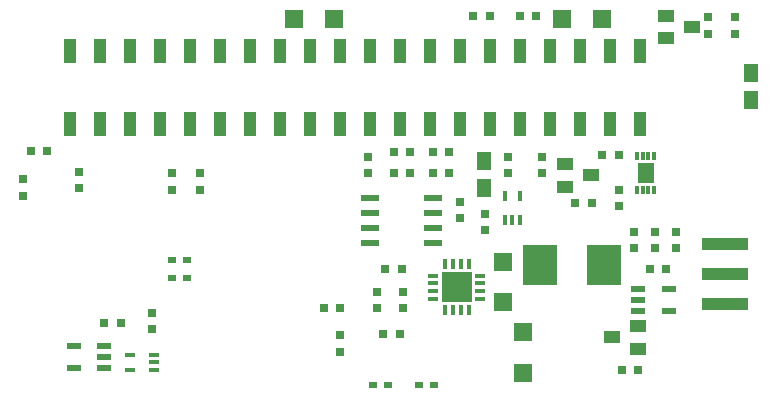
<source format=gtp>
*%FSLAX23Y23*%
*%MOIN*%
G01*
%ADD11C,0.000*%
%ADD12C,0.000*%
%ADD13C,0.000*%
%ADD14C,0.001*%
%ADD15C,0.002*%
%ADD16C,0.006*%
%ADD17C,0.007*%
%ADD18C,0.007*%
%ADD19C,0.008*%
%ADD20C,0.010*%
%ADD21C,0.012*%
%ADD22C,0.015*%
%ADD23C,0.015*%
%ADD24C,0.018*%
%ADD25C,0.020*%
%ADD26C,0.022*%
%ADD27C,0.024*%
%ADD28C,0.025*%
%ADD29C,0.028*%
%ADD30C,0.029*%
%ADD31C,0.031*%
%ADD32C,0.031*%
%ADD33C,0.035*%
%ADD34C,0.035*%
%ADD35C,0.039*%
%ADD36C,0.043*%
%ADD37C,0.045*%
%ADD38C,0.047*%
%ADD39C,0.048*%
%ADD40C,0.049*%
%ADD41C,0.050*%
%ADD42C,0.050*%
%ADD43C,0.051*%
%ADD44C,0.051*%
%ADD45C,0.054*%
%ADD46C,0.055*%
%ADD47C,0.055*%
%ADD48C,0.059*%
%ADD49C,0.059*%
%ADD50C,0.062*%
%ADD51C,0.066*%
%ADD52C,0.067*%
%ADD53C,0.070*%
%ADD54C,0.074*%
%ADD55C,0.115*%
%ADD56C,0.135*%
%ADD57C,0.138*%
%ADD58C,0.138*%
%ADD59C,0.158*%
%ADD60C,0.158*%
%ADD61C,0.190*%
%ADD62C,0.194*%
%ADD63C,0.236*%
%ADD64C,0.240*%
%ADD65R,0.011X0.030*%
%ADD66R,0.012X0.030*%
%ADD67R,0.014X0.033*%
%ADD68R,0.014X0.037*%
%ADD69R,0.015X0.034*%
%ADD70R,0.016X0.034*%
%ADD71R,0.018X0.037*%
%ADD72R,0.018X0.041*%
%ADD73R,0.020X0.025*%
%ADD74R,0.021X0.021*%
%ADD75R,0.024X0.029*%
%ADD76R,0.025X0.020*%
%ADD77R,0.029X0.024*%
%ADD78R,0.030X0.011*%
%ADD79R,0.030X0.030*%
%ADD80R,0.030X0.050*%
%ADD81R,0.031X0.031*%
%ADD82R,0.033X0.014*%
%ADD83R,0.034X0.015*%
%ADD84R,0.034X0.034*%
%ADD85R,0.034X0.054*%
%ADD86R,0.035X0.035*%
%ADD87R,0.037X0.014*%
%ADD88R,0.037X0.018*%
%ADD89R,0.039X0.014*%
%ADD90R,0.039X0.041*%
%ADD91R,0.040X0.050*%
%ADD92R,0.040X0.083*%
%ADD93R,0.041X0.018*%
%ADD94R,0.041X0.087*%
%ADD95R,0.043X0.018*%
%ADD96R,0.043X0.045*%
%ADD97R,0.044X0.054*%
%ADD98R,0.044X0.087*%
%ADD99R,0.045X0.091*%
%ADD100R,0.047X0.055*%
%ADD101R,0.048X0.024*%
%ADD102R,0.050X0.023*%
%ADD103R,0.050X0.030*%
%ADD104R,0.050X0.040*%
%ADD105R,0.050X0.060*%
%ADD106R,0.051X0.059*%
%ADD107R,0.052X0.028*%
%ADD108R,0.054X0.027*%
%ADD109R,0.054X0.034*%
%ADD110R,0.054X0.044*%
%ADD111R,0.054X0.064*%
%ADD112R,0.055X0.039*%
%ADD113R,0.057X0.012*%
%ADD114R,0.057X0.067*%
%ADD115R,0.059X0.043*%
%ADD116R,0.060X0.060*%
%ADD117R,0.061X0.024*%
%ADD118R,0.061X0.051*%
%ADD119R,0.061X0.016*%
%ADD120R,0.061X0.071*%
%ADD121R,0.063X0.039*%
%ADD122R,0.064X0.064*%
%ADD123R,0.065X0.028*%
%ADD124R,0.065X0.055*%
%ADD125R,0.067X0.043*%
%ADD126R,0.085X0.030*%
%ADD127R,0.085X0.085*%
%ADD128R,0.089X0.034*%
%ADD129R,0.094X0.030*%
%ADD130R,0.098X0.034*%
%ADD131R,0.104X0.104*%
%ADD132R,0.108X0.108*%
%ADD133R,0.116X0.138*%
%ADD134R,0.120X0.142*%
%ADD135R,0.169X0.169*%
%ADD136R,0.173X0.173*%
D66*
X10776Y8180D02*
D03*
X10796D02*
D03*
X10815D02*
D03*
X10835D02*
D03*
Y8066D02*
D03*
X10815D02*
D03*
X10796D02*
D03*
X10776Y8066D02*
D03*
D67*
X10216Y7664D02*
D03*
X10190D02*
D03*
X10164D02*
D03*
X10139D02*
D03*
X10139Y7819D02*
D03*
X10164Y7819D02*
D03*
X10190D02*
D03*
X10216D02*
D03*
D68*
X10337Y7967D02*
D03*
Y8047D02*
D03*
X10387D02*
D03*
Y7967D02*
D03*
X10362D02*
D03*
D76*
X10102Y7417D02*
D03*
X10052D02*
D03*
X9897D02*
D03*
X9947D02*
D03*
X9277Y7832D02*
D03*
X9227D02*
D03*
X9277Y7772D02*
D03*
X9227D02*
D03*
D79*
X11014Y8586D02*
D03*
Y8641D02*
D03*
X11104D02*
D03*
Y8586D02*
D03*
X10572Y8022D02*
D03*
X10627D02*
D03*
X9789Y7526D02*
D03*
Y7581D02*
D03*
X10232Y8647D02*
D03*
X10287D02*
D03*
X10387D02*
D03*
X10442D02*
D03*
X10727Y7467D02*
D03*
X10782D02*
D03*
X10820Y7801D02*
D03*
X10875D02*
D03*
X10907Y7872D02*
D03*
Y7927D02*
D03*
X10836Y7926D02*
D03*
Y7871D02*
D03*
X10766Y7926D02*
D03*
Y7871D02*
D03*
X10716Y8011D02*
D03*
Y8066D02*
D03*
X10662Y8182D02*
D03*
X10717D02*
D03*
X10462Y8122D02*
D03*
Y8177D02*
D03*
X10347Y8122D02*
D03*
Y8177D02*
D03*
X9939Y7801D02*
D03*
X9994D02*
D03*
X9912Y7727D02*
D03*
Y7672D02*
D03*
X9997D02*
D03*
Y7727D02*
D03*
X9932Y7587D02*
D03*
X9987D02*
D03*
X10272Y7932D02*
D03*
Y7987D02*
D03*
X10186Y8026D02*
D03*
Y7971D02*
D03*
X10151Y8121D02*
D03*
X10096D02*
D03*
X10151Y8191D02*
D03*
X10096D02*
D03*
X10021D02*
D03*
X9966D02*
D03*
Y8121D02*
D03*
X10021D02*
D03*
X9881D02*
D03*
Y8176D02*
D03*
X9733Y7671D02*
D03*
X9788D02*
D03*
X9002Y7622D02*
D03*
X9057D02*
D03*
X9162Y7602D02*
D03*
Y7657D02*
D03*
X9321Y8066D02*
D03*
Y8121D02*
D03*
X9226Y8066D02*
D03*
Y8121D02*
D03*
X8916Y8071D02*
D03*
Y8126D02*
D03*
X8756Y8196D02*
D03*
X8811D02*
D03*
X8731Y8046D02*
D03*
Y8101D02*
D03*
D82*
X10099Y7703D02*
D03*
Y7729D02*
D03*
Y7754D02*
D03*
Y7780D02*
D03*
X10255D02*
D03*
Y7754D02*
D03*
Y7729D02*
D03*
X10255Y7703D02*
D03*
D87*
X9167Y7467D02*
D03*
X9087D02*
D03*
Y7517D02*
D03*
X9167D02*
D03*
Y7492D02*
D03*
D92*
X10787Y8530D02*
D03*
X10687D02*
D03*
X10587D02*
D03*
X10487D02*
D03*
X10387D02*
D03*
X10287D02*
D03*
X10187D02*
D03*
X10087D02*
D03*
X9987D02*
D03*
X9887D02*
D03*
X9787D02*
D03*
X9686D02*
D03*
X9587D02*
D03*
X9487D02*
D03*
X9386D02*
D03*
X9287D02*
D03*
X9186D02*
D03*
X9087D02*
D03*
X8987D02*
D03*
X8886D02*
D03*
X10787Y8285D02*
D03*
X10687D02*
D03*
X10587D02*
D03*
X10487D02*
D03*
X10387D02*
D03*
X10287D02*
D03*
X10187D02*
D03*
X10087D02*
D03*
X9987D02*
D03*
X9887D02*
D03*
X9787D02*
D03*
X9687D02*
D03*
X9587D02*
D03*
X9487D02*
D03*
X9387D02*
D03*
X9287D02*
D03*
X9187D02*
D03*
X9087D02*
D03*
X8987D02*
D03*
X8887D02*
D03*
D101*
X10885Y7737D02*
D03*
Y7662D02*
D03*
X10782Y7700D02*
D03*
Y7662D02*
D03*
Y7737D02*
D03*
D102*
X8902Y7547D02*
D03*
Y7472D02*
D03*
X9002Y7509D02*
D03*
Y7547D02*
D03*
Y7472D02*
D03*
D105*
X11157Y8367D02*
D03*
Y8457D02*
D03*
X10267Y8072D02*
D03*
Y8162D02*
D03*
D112*
X10874Y8646D02*
D03*
Y8571D02*
D03*
X10961Y8609D02*
D03*
X10695Y7574D02*
D03*
X10782Y7612D02*
D03*
Y7537D02*
D03*
X10624Y8115D02*
D03*
X10537Y8077D02*
D03*
Y8152D02*
D03*
D114*
X10806Y8123D02*
D03*
D116*
X10332Y7692D02*
D03*
Y7827D02*
D03*
X9769Y8636D02*
D03*
X9634D02*
D03*
X10662Y8637D02*
D03*
X10527D02*
D03*
X10397Y7592D02*
D03*
Y7457D02*
D03*
D117*
X10098Y7890D02*
D03*
Y7940D02*
D03*
Y7990D02*
D03*
Y8040D02*
D03*
X9886Y7890D02*
D03*
Y7940D02*
D03*
Y7990D02*
D03*
Y8040D02*
D03*
D121*
X11117Y7884D02*
D03*
X11070D02*
D03*
X11023D02*
D03*
X11117Y7786D02*
D03*
X11066D02*
D03*
X11023D02*
D03*
X11117Y7687D02*
D03*
X11071D02*
D03*
X11023D02*
D03*
D131*
X10177Y7742D02*
D03*
D133*
X10667Y7815D02*
D03*
X10453D02*
D03*
M02*

</source>
